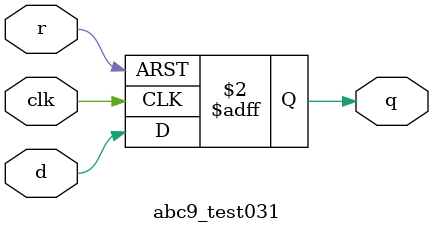
<source format=v>
module abc9_test001(input a, output o);
assign o = a;
endmodule

module abc9_test002(input [1:0] a, output o);
assign o = a[1];
endmodule

module abc9_test003(input [1:0] a, output [1:0] o);
assign o = a;
endmodule

module abc9_test004(input [1:0] a, output o);
assign o = ^a;
endmodule

module abc9_test005(input [1:0] a, output o, output p);
assign o = ^a;
assign p = ~o;
endmodule

module abc9_test006(input [1:0] a, output [2:0] o);
assign o[0] = ^a;
assign o[1] = ~o[0];
assign o[2] = o[1];
endmodule

module abc9_test007(input a, output o);
wire b, c;
assign c = ~a;
assign b = c;
abc9_test007_sub s(b, o);
endmodule

module abc9_test007_sub(input a, output b);
assign b = a;
endmodule

module abc9_test008(input a, output o);
wire b, c;
assign b = ~a;
assign c = b;
abc9_test008_sub s(b, o);
endmodule

module abc9_test008_sub(input a, output b);
assign b = ~a;
endmodule

module abc9_test009(inout io, input oe);
reg latch;
always @(io or oe)
    if (!oe)
        latch <= io;
assign io = oe ? ~latch : 1'bz;
endmodule

module abc9_test010(inout [7:0] io, input oe);
reg [7:0] latch;
always @(io or oe)
    if (!oe)
        latch <= io;
assign io = oe ? ~latch : 8'bz;
endmodule

module abc9_test011(inout io, input oe);
reg latch;
always @(io or oe)
    if (!oe)
        latch <= io;
//assign io = oe ? ~latch : 8'bz;
endmodule

module abc9_test012(inout io, input oe);
reg latch;
//always @(io or oe)
//    if (!oe)
//        latch <= io;
assign io = oe ? ~latch : 8'bz;
endmodule

module abc9_test013(inout [3:0] io, input oe);
reg [3:0] latch;
always @(io or oe)
    if (!oe)
        latch[3:0] <= io[3:0];
    else
        latch[7:4] <= io;
assign io[3:0] = oe ? ~latch[3:0] : 4'bz;
assign io[7:4] = !oe ? {latch[4], latch[7:3]} : 4'bz;
endmodule

module abc9_test014(inout [7:0] io, input oe);
abc9_test012_sub sub(io, oe);
endmodule

module abc9_test012_sub(inout [7:0] io, input oe);
reg [7:0] latch;
always @(io or oe)
    if (!oe)
        latch[3:0] <= io;
    else
        latch[7:4] <= io;
assign io[3:0] = oe ? ~latch[3:0] : 4'bz;
assign io[7:4] = !oe ? {latch[4], latch[7:3]} : 4'bz;
endmodule

module abc9_test015(input a, output b, input c);
assign b = ~a;
(* keep *) wire d;
assign d = ~c;
endmodule

module abc9_test016(input a, output b);
assign b = ~a;
(* keep *) reg c;
always @* c <= ~a;
endmodule

module abc9_test017(input a, output b);
assign b = ~a;
(* keep *) reg c;
always @* c = b;
endmodule

module abc9_test018(input a, output b, output c);
assign b = ~a;
(* keep *) wire [1:0] d;
assign c = &d;
endmodule

module abc9_test019(input a, output b);
assign b = ~a;
(* keep *) reg [1:0] c;
reg d;
always @* d <= &c;
endmodule

module abc9_test020(input a, output b);
assign b = ~a;
(* keep *) reg [1:0] c;
(* keep *) reg d;
always @* d <= &c;
endmodule

// Citation: https://github.com/alexforencich/verilog-ethernet
module abc9_test021(clk, rst, s_eth_hdr_valid, s_eth_hdr_ready, s_eth_dest_mac, s_eth_src_mac, s_eth_type, s_eth_payload_axis_tdata, s_eth_payload_axis_tkeep, s_eth_payload_axis_tvalid, s_eth_payload_axis_tready, s_eth_payload_axis_tlast, s_eth_payload_axis_tid, s_eth_payload_axis_tdest, s_eth_payload_axis_tuser, m_eth_hdr_valid, m_eth_hdr_ready, m_eth_dest_mac, m_eth_src_mac, m_eth_type, m_eth_payload_axis_tdata, m_eth_payload_axis_tkeep, m_eth_payload_axis_tvalid, m_eth_payload_axis_tready, m_eth_payload_axis_tlast, m_eth_payload_axis_tid, m_eth_payload_axis_tdest, m_eth_payload_axis_tuser);
  input clk;
  output [47:0] m_eth_dest_mac;
  input m_eth_hdr_ready;
  output m_eth_hdr_valid;
  output [7:0] m_eth_payload_axis_tdata;
  output [7:0] m_eth_payload_axis_tdest;
  output [7:0] m_eth_payload_axis_tid;
  output m_eth_payload_axis_tkeep;
  output m_eth_payload_axis_tlast;
  input m_eth_payload_axis_tready;
  output m_eth_payload_axis_tuser;
  output m_eth_payload_axis_tvalid;
  output [47:0] m_eth_src_mac;
  output [15:0] m_eth_type;
  input rst;
  input [191:0] s_eth_dest_mac;
  output [3:0] s_eth_hdr_ready;
  input [3:0] s_eth_hdr_valid;
  input [31:0] s_eth_payload_axis_tdata;
  input [31:0] s_eth_payload_axis_tdest;
  input [31:0] s_eth_payload_axis_tid;
  input [3:0] s_eth_payload_axis_tkeep;
  input [3:0] s_eth_payload_axis_tlast;
  output [3:0] s_eth_payload_axis_tready;
  input [3:0] s_eth_payload_axis_tuser;
  input [3:0] s_eth_payload_axis_tvalid;
  input [191:0] s_eth_src_mac;
  input [63:0] s_eth_type;
  (* keep *)
  wire [0:0] grant, request;
  wire a;
  not u0 (
    a,
    grant[0]
  );
  and u1  (
    request[0],
    s_eth_hdr_valid[0],
    a
  );
  (* keep *)
  MUXF8 u2  (
    .I0(1'bx),
    .I1(1'bx),
    .O(o),
    .S(1'bx)
  );
  arbiter  arb_inst (
    .acknowledge(acknowledge),
    .clk(clk),
    .grant(grant),
    .grant_encoded(grant_encoded),
    .grant_valid(grant_valid),
    .request(request),
    .rst(rst)
  );
endmodule

module arbiter (clk, rst, request, acknowledge, grant, grant_valid, grant_encoded);
  input [3:0] acknowledge;
  input clk;
  output [3:0] grant;
  output [1:0] grant_encoded;
  output grant_valid;
  input [3:0] request;
  input rst;
endmodule

(* abc_box_id=1 *)
module MUXF8(input I0, I1, S, output O);
endmodule

// Citation: https://github.com/alexforencich/verilog-ethernet
// TODO: yosys -p "synth_xilinx -abc9 -top abc9_test022" abc9.v -q
// returns before b4321a31
//   Warning: Wire abc9_test022.\m_eth_payload_axis_tkeep [7] is used but has no
//   driver.
//   Warning: Wire abc9_test022.\m_eth_payload_axis_tkeep [3] is used but has no
//   driver.
module abc9_test022
(
    input  wire        clk,
    input  wire        i,
    output wire [7:0]  m_eth_payload_axis_tkeep
);
    reg [7:0]  m_eth_payload_axis_tkeep_reg = 8'd0;
    assign m_eth_payload_axis_tkeep = m_eth_payload_axis_tkeep_reg;
    always @(posedge clk)
        m_eth_payload_axis_tkeep_reg <= i ? 8'hff : 8'h0f;
endmodule

// Citation: https://github.com/riscv/riscv-bitmanip
// TODO: yosys -p "synth_xilinx -abc9 -top abc9_test023" abc9.v -q
// returns before 14233843
//   Warning: Wire abc9_test023.\dout [1] is used but has no driver.
module abc9_test023 #(
	parameter integer N = 2,
	parameter integer M = 2
) (
	input [7:0] din,
	output [M-1:0] dout
);
	wire [2*M-1:0] mask = {M{1'b1}};
	assign dout = (mask << din[N-1:0]) >> M;
endmodule

module abc9_test024(input [3:0] i, output [3:0] o);
abc9_test024_sub a(i[1:0], o[1:0]);
endmodule

module abc9_test024_sub(input [1:0] i, output [1:0] o);
assign o = i;
endmodule

module abc9_test025(input [3:0] i, output [3:0] o);
abc9_test024_sub a(i[2:1], o[2:1]);
endmodule

module abc9_test026(output [3:0] o, p);
assign o = { 1'b1, 1'bx };
assign p = { 1'b1, 1'bx, 1'b0 };
endmodule

module abc9_test029(input clk1, clk2, input d, output reg q1, q2);
always @(posedge clk1) q1 <= d;
always @(negedge clk2) q2 <= q1;
endmodule

module abc9_test030(input clk, d, r, output reg q);
always @(posedge clk or posedge r)
    if (r) q <= 1'b0;
    else q <= d;
endmodule

module abc9_test031(input clk, d, r, output reg q);
always @(negedge clk or posedge r)
    if (r) q <= 1'b1;
    else q <= d;
endmodule

</source>
